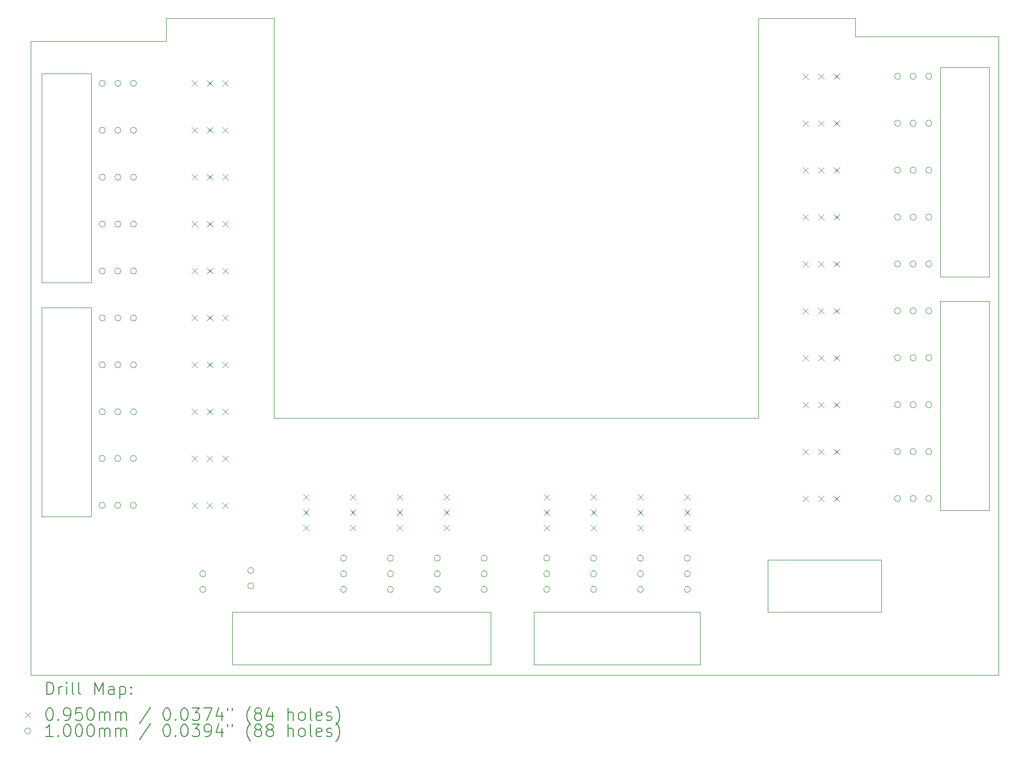
<source format=gbr>
%TF.GenerationSoftware,KiCad,Pcbnew,6.0.11-2627ca5db0~126~ubuntu22.04.1*%
%TF.CreationDate,2023-05-12T19:19:18-07:00*%
%TF.ProjectId,Roborio board,526f626f-7269-46f2-9062-6f6172642e6b,rev?*%
%TF.SameCoordinates,Original*%
%TF.FileFunction,Drillmap*%
%TF.FilePolarity,Positive*%
%FSLAX45Y45*%
G04 Gerber Fmt 4.5, Leading zero omitted, Abs format (unit mm)*
G04 Created by KiCad (PCBNEW 6.0.11-2627ca5db0~126~ubuntu22.04.1) date 2023-05-12 19:19:18*
%MOMM*%
%LPD*%
G01*
G04 APERTURE LIST*
%ADD10C,0.050000*%
%ADD11C,0.200000*%
%ADD12C,0.095000*%
%ADD13C,0.100000*%
G04 APERTURE END LIST*
D10*
X9500000Y-4075000D02*
X9497000Y-10575000D01*
X18950000Y-4075000D02*
X18950000Y-4375000D01*
X5725000Y-8775000D02*
X6525000Y-8775000D01*
X6525000Y-8775000D02*
X6525000Y-12175000D01*
X6525000Y-12175000D02*
X5725000Y-12175000D01*
X5725000Y-12175000D02*
X5725000Y-8775000D01*
X20325000Y-8675000D02*
X21125000Y-8675000D01*
X21125000Y-8675000D02*
X21125000Y-12075000D01*
X21125000Y-12075000D02*
X20325000Y-12075000D01*
X20325000Y-12075000D02*
X20325000Y-8675000D01*
X17525000Y-13725000D02*
X19375000Y-13725000D01*
X19375000Y-13725000D02*
X19375000Y-12875000D01*
X19375000Y-12875000D02*
X17525000Y-12875000D01*
X17525000Y-12875000D02*
X17525000Y-13725000D01*
X17375000Y-10575000D02*
X9497000Y-10575000D01*
X18950000Y-4075000D02*
X17375000Y-4075000D01*
X20325000Y-4875000D02*
X21125000Y-4875000D01*
X21125000Y-4875000D02*
X21125000Y-8275000D01*
X21125000Y-8275000D02*
X20325000Y-8275000D01*
X20325000Y-8275000D02*
X20325000Y-4875000D01*
X9500000Y-4075000D02*
X7750000Y-4075000D01*
X13725000Y-14575000D02*
X16425000Y-14575000D01*
X16425000Y-14575000D02*
X16425000Y-13725000D01*
X16425000Y-13725000D02*
X13725000Y-13725000D01*
X13725000Y-13725000D02*
X13725000Y-14575000D01*
X21275000Y-14750000D02*
X21275000Y-4375000D01*
X21275000Y-4375000D02*
X18950000Y-4375000D01*
X7750000Y-4450000D02*
X5550000Y-4450000D01*
X5550000Y-4450000D02*
X5550000Y-14750000D01*
X5550000Y-14750000D02*
X21275000Y-14750000D01*
X7750000Y-4450000D02*
X7750000Y-4075000D01*
X5725000Y-4975000D02*
X6525000Y-4975000D01*
X6525000Y-4975000D02*
X6525000Y-8375000D01*
X6525000Y-8375000D02*
X5725000Y-8375000D01*
X5725000Y-8375000D02*
X5725000Y-4975000D01*
X17375000Y-10575000D02*
X17375000Y-4075000D01*
X8825000Y-14575000D02*
X13025000Y-14575000D01*
X13025000Y-14575000D02*
X13025000Y-13725000D01*
X13025000Y-13725000D02*
X8825000Y-13725000D01*
X8825000Y-13725000D02*
X8825000Y-14575000D01*
D11*
D12*
X8159310Y-11182440D02*
X8254310Y-11277440D01*
X8254310Y-11182440D02*
X8159310Y-11277440D01*
X8159310Y-11944440D02*
X8254310Y-12039440D01*
X8254310Y-11944440D02*
X8159310Y-12039440D01*
X8160810Y-5088940D02*
X8255810Y-5183940D01*
X8255810Y-5088940D02*
X8160810Y-5183940D01*
X8160810Y-5850940D02*
X8255810Y-5945940D01*
X8255810Y-5850940D02*
X8160810Y-5945940D01*
X8160810Y-6612940D02*
X8255810Y-6707940D01*
X8255810Y-6612940D02*
X8160810Y-6707940D01*
X8160810Y-7374940D02*
X8255810Y-7469940D01*
X8255810Y-7374940D02*
X8160810Y-7469940D01*
X8160810Y-8136940D02*
X8255810Y-8231940D01*
X8255810Y-8136940D02*
X8160810Y-8231940D01*
X8160810Y-8898940D02*
X8255810Y-8993940D01*
X8255810Y-8898940D02*
X8160810Y-8993940D01*
X8160810Y-9660940D02*
X8255810Y-9755940D01*
X8255810Y-9660940D02*
X8160810Y-9755940D01*
X8160810Y-10422940D02*
X8255810Y-10517940D01*
X8255810Y-10422940D02*
X8160810Y-10517940D01*
X8409310Y-11182440D02*
X8504310Y-11277440D01*
X8504310Y-11182440D02*
X8409310Y-11277440D01*
X8409310Y-11944440D02*
X8504310Y-12039440D01*
X8504310Y-11944440D02*
X8409310Y-12039440D01*
X8410810Y-5088940D02*
X8505810Y-5183940D01*
X8505810Y-5088940D02*
X8410810Y-5183940D01*
X8410810Y-5850940D02*
X8505810Y-5945940D01*
X8505810Y-5850940D02*
X8410810Y-5945940D01*
X8410810Y-6612940D02*
X8505810Y-6707940D01*
X8505810Y-6612940D02*
X8410810Y-6707940D01*
X8410810Y-7374940D02*
X8505810Y-7469940D01*
X8505810Y-7374940D02*
X8410810Y-7469940D01*
X8410810Y-8136940D02*
X8505810Y-8231940D01*
X8505810Y-8136940D02*
X8410810Y-8231940D01*
X8410810Y-8898940D02*
X8505810Y-8993940D01*
X8505810Y-8898940D02*
X8410810Y-8993940D01*
X8410810Y-9660940D02*
X8505810Y-9755940D01*
X8505810Y-9660940D02*
X8410810Y-9755940D01*
X8410810Y-10422940D02*
X8505810Y-10517940D01*
X8505810Y-10422940D02*
X8410810Y-10517940D01*
X8659310Y-11182440D02*
X8754310Y-11277440D01*
X8754310Y-11182440D02*
X8659310Y-11277440D01*
X8659310Y-11944440D02*
X8754310Y-12039440D01*
X8754310Y-11944440D02*
X8659310Y-12039440D01*
X8660810Y-5088940D02*
X8755810Y-5183940D01*
X8755810Y-5088940D02*
X8660810Y-5183940D01*
X8660810Y-5850940D02*
X8755810Y-5945940D01*
X8755810Y-5850940D02*
X8660810Y-5945940D01*
X8660810Y-6612940D02*
X8755810Y-6707940D01*
X8755810Y-6612940D02*
X8660810Y-6707940D01*
X8660810Y-7374940D02*
X8755810Y-7469940D01*
X8755810Y-7374940D02*
X8660810Y-7469940D01*
X8660810Y-8136940D02*
X8755810Y-8231940D01*
X8755810Y-8136940D02*
X8660810Y-8231940D01*
X8660810Y-8898940D02*
X8755810Y-8993940D01*
X8755810Y-8898940D02*
X8660810Y-8993940D01*
X8660810Y-9660940D02*
X8755810Y-9755940D01*
X8755810Y-9660940D02*
X8660810Y-9755940D01*
X8660810Y-10422940D02*
X8755810Y-10517940D01*
X8755810Y-10422940D02*
X8660810Y-10517940D01*
X9975000Y-11808420D02*
X10070000Y-11903420D01*
X10070000Y-11808420D02*
X9975000Y-11903420D01*
X9975000Y-12058420D02*
X10070000Y-12153420D01*
X10070000Y-12058420D02*
X9975000Y-12153420D01*
X9975000Y-12308420D02*
X10070000Y-12403420D01*
X10070000Y-12308420D02*
X9975000Y-12403420D01*
X10737000Y-11808420D02*
X10832000Y-11903420D01*
X10832000Y-11808420D02*
X10737000Y-11903420D01*
X10737000Y-12058420D02*
X10832000Y-12153420D01*
X10832000Y-12058420D02*
X10737000Y-12153420D01*
X10737000Y-12308420D02*
X10832000Y-12403420D01*
X10832000Y-12308420D02*
X10737000Y-12403420D01*
X11499000Y-11808420D02*
X11594000Y-11903420D01*
X11594000Y-11808420D02*
X11499000Y-11903420D01*
X11499000Y-12058420D02*
X11594000Y-12153420D01*
X11594000Y-12058420D02*
X11499000Y-12153420D01*
X11499000Y-12308420D02*
X11594000Y-12403420D01*
X11594000Y-12308420D02*
X11499000Y-12403420D01*
X12261000Y-11808420D02*
X12356000Y-11903420D01*
X12356000Y-11808420D02*
X12261000Y-11903420D01*
X12261000Y-12058420D02*
X12356000Y-12153420D01*
X12356000Y-12058420D02*
X12261000Y-12153420D01*
X12261000Y-12308420D02*
X12356000Y-12403420D01*
X12356000Y-12308420D02*
X12261000Y-12403420D01*
X13885610Y-11808420D02*
X13980610Y-11903420D01*
X13980610Y-11808420D02*
X13885610Y-11903420D01*
X13885610Y-12058420D02*
X13980610Y-12153420D01*
X13980610Y-12058420D02*
X13885610Y-12153420D01*
X13885610Y-12308420D02*
X13980610Y-12403420D01*
X13980610Y-12308420D02*
X13885610Y-12403420D01*
X14647610Y-11808420D02*
X14742610Y-11903420D01*
X14742610Y-11808420D02*
X14647610Y-11903420D01*
X14647610Y-12058420D02*
X14742610Y-12153420D01*
X14742610Y-12058420D02*
X14647610Y-12153420D01*
X14647610Y-12308420D02*
X14742610Y-12403420D01*
X14742610Y-12308420D02*
X14647610Y-12403420D01*
X15409610Y-11808420D02*
X15504610Y-11903420D01*
X15504610Y-11808420D02*
X15409610Y-11903420D01*
X15409610Y-12058420D02*
X15504610Y-12153420D01*
X15504610Y-12058420D02*
X15409610Y-12153420D01*
X15409610Y-12308420D02*
X15504610Y-12403420D01*
X15504610Y-12308420D02*
X15409610Y-12403420D01*
X16171610Y-11808420D02*
X16266610Y-11903420D01*
X16266610Y-11808420D02*
X16171610Y-11903420D01*
X16171610Y-12058420D02*
X16266610Y-12153420D01*
X16266610Y-12058420D02*
X16171610Y-12153420D01*
X16171610Y-12308420D02*
X16266610Y-12403420D01*
X16266610Y-12308420D02*
X16171610Y-12403420D01*
X18095910Y-4974680D02*
X18190910Y-5069680D01*
X18190910Y-4974680D02*
X18095910Y-5069680D01*
X18095910Y-5736680D02*
X18190910Y-5831680D01*
X18190910Y-5736680D02*
X18095910Y-5831680D01*
X18095910Y-6498680D02*
X18190910Y-6593680D01*
X18190910Y-6498680D02*
X18095910Y-6593680D01*
X18095910Y-7260680D02*
X18190910Y-7355680D01*
X18190910Y-7260680D02*
X18095910Y-7355680D01*
X18095910Y-8022680D02*
X18190910Y-8117680D01*
X18190910Y-8022680D02*
X18095910Y-8117680D01*
X18095910Y-8784680D02*
X18190910Y-8879680D01*
X18190910Y-8784680D02*
X18095910Y-8879680D01*
X18095910Y-9546680D02*
X18190910Y-9641680D01*
X18190910Y-9546680D02*
X18095910Y-9641680D01*
X18095910Y-10308680D02*
X18190910Y-10403680D01*
X18190910Y-10308680D02*
X18095910Y-10403680D01*
X18095910Y-11070680D02*
X18190910Y-11165680D01*
X18190910Y-11070680D02*
X18095910Y-11165680D01*
X18095910Y-11832680D02*
X18190910Y-11927680D01*
X18190910Y-11832680D02*
X18095910Y-11927680D01*
X18345910Y-4974680D02*
X18440910Y-5069680D01*
X18440910Y-4974680D02*
X18345910Y-5069680D01*
X18345910Y-5736680D02*
X18440910Y-5831680D01*
X18440910Y-5736680D02*
X18345910Y-5831680D01*
X18345910Y-6498680D02*
X18440910Y-6593680D01*
X18440910Y-6498680D02*
X18345910Y-6593680D01*
X18345910Y-7260680D02*
X18440910Y-7355680D01*
X18440910Y-7260680D02*
X18345910Y-7355680D01*
X18345910Y-8022680D02*
X18440910Y-8117680D01*
X18440910Y-8022680D02*
X18345910Y-8117680D01*
X18345910Y-8784680D02*
X18440910Y-8879680D01*
X18440910Y-8784680D02*
X18345910Y-8879680D01*
X18345910Y-9546680D02*
X18440910Y-9641680D01*
X18440910Y-9546680D02*
X18345910Y-9641680D01*
X18345910Y-10308680D02*
X18440910Y-10403680D01*
X18440910Y-10308680D02*
X18345910Y-10403680D01*
X18345910Y-11070680D02*
X18440910Y-11165680D01*
X18440910Y-11070680D02*
X18345910Y-11165680D01*
X18345910Y-11832680D02*
X18440910Y-11927680D01*
X18440910Y-11832680D02*
X18345910Y-11927680D01*
X18595910Y-4974680D02*
X18690910Y-5069680D01*
X18690910Y-4974680D02*
X18595910Y-5069680D01*
X18595910Y-5736680D02*
X18690910Y-5831680D01*
X18690910Y-5736680D02*
X18595910Y-5831680D01*
X18595910Y-6498680D02*
X18690910Y-6593680D01*
X18690910Y-6498680D02*
X18595910Y-6593680D01*
X18595910Y-7260680D02*
X18690910Y-7355680D01*
X18690910Y-7260680D02*
X18595910Y-7355680D01*
X18595910Y-8022680D02*
X18690910Y-8117680D01*
X18690910Y-8022680D02*
X18595910Y-8117680D01*
X18595910Y-8784680D02*
X18690910Y-8879680D01*
X18690910Y-8784680D02*
X18595910Y-8879680D01*
X18595910Y-9546680D02*
X18690910Y-9641680D01*
X18690910Y-9546680D02*
X18595910Y-9641680D01*
X18595910Y-10308680D02*
X18690910Y-10403680D01*
X18690910Y-10308680D02*
X18595910Y-10403680D01*
X18595910Y-11070680D02*
X18690910Y-11165680D01*
X18690910Y-11070680D02*
X18595910Y-11165680D01*
X18595910Y-11832680D02*
X18690910Y-11927680D01*
X18690910Y-11832680D02*
X18595910Y-11927680D01*
D13*
X6756810Y-11229940D02*
G75*
G03*
X6756810Y-11229940I-50000J0D01*
G01*
X6756810Y-11991940D02*
G75*
G03*
X6756810Y-11991940I-50000J0D01*
G01*
X6758310Y-5136440D02*
G75*
G03*
X6758310Y-5136440I-50000J0D01*
G01*
X6758310Y-5898440D02*
G75*
G03*
X6758310Y-5898440I-50000J0D01*
G01*
X6758310Y-6660440D02*
G75*
G03*
X6758310Y-6660440I-50000J0D01*
G01*
X6758310Y-7422440D02*
G75*
G03*
X6758310Y-7422440I-50000J0D01*
G01*
X6758310Y-8184440D02*
G75*
G03*
X6758310Y-8184440I-50000J0D01*
G01*
X6758310Y-8946440D02*
G75*
G03*
X6758310Y-8946440I-50000J0D01*
G01*
X6758310Y-9708440D02*
G75*
G03*
X6758310Y-9708440I-50000J0D01*
G01*
X6758310Y-10470440D02*
G75*
G03*
X6758310Y-10470440I-50000J0D01*
G01*
X7010810Y-11229940D02*
G75*
G03*
X7010810Y-11229940I-50000J0D01*
G01*
X7010810Y-11991940D02*
G75*
G03*
X7010810Y-11991940I-50000J0D01*
G01*
X7012310Y-5136440D02*
G75*
G03*
X7012310Y-5136440I-50000J0D01*
G01*
X7012310Y-5898440D02*
G75*
G03*
X7012310Y-5898440I-50000J0D01*
G01*
X7012310Y-6660440D02*
G75*
G03*
X7012310Y-6660440I-50000J0D01*
G01*
X7012310Y-7422440D02*
G75*
G03*
X7012310Y-7422440I-50000J0D01*
G01*
X7012310Y-8184440D02*
G75*
G03*
X7012310Y-8184440I-50000J0D01*
G01*
X7012310Y-8946440D02*
G75*
G03*
X7012310Y-8946440I-50000J0D01*
G01*
X7012310Y-9708440D02*
G75*
G03*
X7012310Y-9708440I-50000J0D01*
G01*
X7012310Y-10470440D02*
G75*
G03*
X7012310Y-10470440I-50000J0D01*
G01*
X7264810Y-11229940D02*
G75*
G03*
X7264810Y-11229940I-50000J0D01*
G01*
X7264810Y-11991940D02*
G75*
G03*
X7264810Y-11991940I-50000J0D01*
G01*
X7266310Y-5136440D02*
G75*
G03*
X7266310Y-5136440I-50000J0D01*
G01*
X7266310Y-5898440D02*
G75*
G03*
X7266310Y-5898440I-50000J0D01*
G01*
X7266310Y-6660440D02*
G75*
G03*
X7266310Y-6660440I-50000J0D01*
G01*
X7266310Y-7422440D02*
G75*
G03*
X7266310Y-7422440I-50000J0D01*
G01*
X7266310Y-8184440D02*
G75*
G03*
X7266310Y-8184440I-50000J0D01*
G01*
X7266310Y-8946440D02*
G75*
G03*
X7266310Y-8946440I-50000J0D01*
G01*
X7266310Y-9708440D02*
G75*
G03*
X7266310Y-9708440I-50000J0D01*
G01*
X7266310Y-10470440D02*
G75*
G03*
X7266310Y-10470440I-50000J0D01*
G01*
X8392570Y-13101920D02*
G75*
G03*
X8392570Y-13101920I-50000J0D01*
G01*
X8392570Y-13355920D02*
G75*
G03*
X8392570Y-13355920I-50000J0D01*
G01*
X9172500Y-13050000D02*
G75*
G03*
X9172500Y-13050000I-50000J0D01*
G01*
X9172500Y-13300000D02*
G75*
G03*
X9172500Y-13300000I-50000J0D01*
G01*
X10681110Y-12847920D02*
G75*
G03*
X10681110Y-12847920I-50000J0D01*
G01*
X10681110Y-13101920D02*
G75*
G03*
X10681110Y-13101920I-50000J0D01*
G01*
X10681110Y-13355920D02*
G75*
G03*
X10681110Y-13355920I-50000J0D01*
G01*
X11443110Y-12847920D02*
G75*
G03*
X11443110Y-12847920I-50000J0D01*
G01*
X11443110Y-13101920D02*
G75*
G03*
X11443110Y-13101920I-50000J0D01*
G01*
X11443110Y-13355920D02*
G75*
G03*
X11443110Y-13355920I-50000J0D01*
G01*
X12205110Y-12847920D02*
G75*
G03*
X12205110Y-12847920I-50000J0D01*
G01*
X12205110Y-13101920D02*
G75*
G03*
X12205110Y-13101920I-50000J0D01*
G01*
X12205110Y-13355920D02*
G75*
G03*
X12205110Y-13355920I-50000J0D01*
G01*
X12967110Y-12847920D02*
G75*
G03*
X12967110Y-12847920I-50000J0D01*
G01*
X12967110Y-13101920D02*
G75*
G03*
X12967110Y-13101920I-50000J0D01*
G01*
X12967110Y-13355920D02*
G75*
G03*
X12967110Y-13355920I-50000J0D01*
G01*
X13983110Y-12847920D02*
G75*
G03*
X13983110Y-12847920I-50000J0D01*
G01*
X13983110Y-13101920D02*
G75*
G03*
X13983110Y-13101920I-50000J0D01*
G01*
X13983110Y-13355920D02*
G75*
G03*
X13983110Y-13355920I-50000J0D01*
G01*
X14745110Y-12847920D02*
G75*
G03*
X14745110Y-12847920I-50000J0D01*
G01*
X14745110Y-13101920D02*
G75*
G03*
X14745110Y-13101920I-50000J0D01*
G01*
X14745110Y-13355920D02*
G75*
G03*
X14745110Y-13355920I-50000J0D01*
G01*
X15507110Y-12847920D02*
G75*
G03*
X15507110Y-12847920I-50000J0D01*
G01*
X15507110Y-13101920D02*
G75*
G03*
X15507110Y-13101920I-50000J0D01*
G01*
X15507110Y-13355920D02*
G75*
G03*
X15507110Y-13355920I-50000J0D01*
G01*
X16269110Y-12847920D02*
G75*
G03*
X16269110Y-12847920I-50000J0D01*
G01*
X16269110Y-13101920D02*
G75*
G03*
X16269110Y-13101920I-50000J0D01*
G01*
X16269110Y-13355920D02*
G75*
G03*
X16269110Y-13355920I-50000J0D01*
G01*
X19685410Y-5022180D02*
G75*
G03*
X19685410Y-5022180I-50000J0D01*
G01*
X19685410Y-5784180D02*
G75*
G03*
X19685410Y-5784180I-50000J0D01*
G01*
X19685410Y-6546180D02*
G75*
G03*
X19685410Y-6546180I-50000J0D01*
G01*
X19685410Y-7308180D02*
G75*
G03*
X19685410Y-7308180I-50000J0D01*
G01*
X19685410Y-8070180D02*
G75*
G03*
X19685410Y-8070180I-50000J0D01*
G01*
X19685410Y-8832180D02*
G75*
G03*
X19685410Y-8832180I-50000J0D01*
G01*
X19685410Y-9594180D02*
G75*
G03*
X19685410Y-9594180I-50000J0D01*
G01*
X19685410Y-10356180D02*
G75*
G03*
X19685410Y-10356180I-50000J0D01*
G01*
X19685410Y-11118180D02*
G75*
G03*
X19685410Y-11118180I-50000J0D01*
G01*
X19685410Y-11880180D02*
G75*
G03*
X19685410Y-11880180I-50000J0D01*
G01*
X19939410Y-5022180D02*
G75*
G03*
X19939410Y-5022180I-50000J0D01*
G01*
X19939410Y-5784180D02*
G75*
G03*
X19939410Y-5784180I-50000J0D01*
G01*
X19939410Y-6546180D02*
G75*
G03*
X19939410Y-6546180I-50000J0D01*
G01*
X19939410Y-7308180D02*
G75*
G03*
X19939410Y-7308180I-50000J0D01*
G01*
X19939410Y-8070180D02*
G75*
G03*
X19939410Y-8070180I-50000J0D01*
G01*
X19939410Y-8832180D02*
G75*
G03*
X19939410Y-8832180I-50000J0D01*
G01*
X19939410Y-9594180D02*
G75*
G03*
X19939410Y-9594180I-50000J0D01*
G01*
X19939410Y-10356180D02*
G75*
G03*
X19939410Y-10356180I-50000J0D01*
G01*
X19939410Y-11118180D02*
G75*
G03*
X19939410Y-11118180I-50000J0D01*
G01*
X19939410Y-11880180D02*
G75*
G03*
X19939410Y-11880180I-50000J0D01*
G01*
X20193410Y-5022180D02*
G75*
G03*
X20193410Y-5022180I-50000J0D01*
G01*
X20193410Y-5784180D02*
G75*
G03*
X20193410Y-5784180I-50000J0D01*
G01*
X20193410Y-6546180D02*
G75*
G03*
X20193410Y-6546180I-50000J0D01*
G01*
X20193410Y-7308180D02*
G75*
G03*
X20193410Y-7308180I-50000J0D01*
G01*
X20193410Y-8070180D02*
G75*
G03*
X20193410Y-8070180I-50000J0D01*
G01*
X20193410Y-8832180D02*
G75*
G03*
X20193410Y-8832180I-50000J0D01*
G01*
X20193410Y-9594180D02*
G75*
G03*
X20193410Y-9594180I-50000J0D01*
G01*
X20193410Y-10356180D02*
G75*
G03*
X20193410Y-10356180I-50000J0D01*
G01*
X20193410Y-11118180D02*
G75*
G03*
X20193410Y-11118180I-50000J0D01*
G01*
X20193410Y-11880180D02*
G75*
G03*
X20193410Y-11880180I-50000J0D01*
G01*
D11*
X5805119Y-15062976D02*
X5805119Y-14862976D01*
X5852738Y-14862976D01*
X5881309Y-14872500D01*
X5900357Y-14891548D01*
X5909881Y-14910595D01*
X5919405Y-14948690D01*
X5919405Y-14977262D01*
X5909881Y-15015357D01*
X5900357Y-15034405D01*
X5881309Y-15053452D01*
X5852738Y-15062976D01*
X5805119Y-15062976D01*
X6005119Y-15062976D02*
X6005119Y-14929643D01*
X6005119Y-14967738D02*
X6014643Y-14948690D01*
X6024167Y-14939167D01*
X6043214Y-14929643D01*
X6062262Y-14929643D01*
X6128928Y-15062976D02*
X6128928Y-14929643D01*
X6128928Y-14862976D02*
X6119405Y-14872500D01*
X6128928Y-14882024D01*
X6138452Y-14872500D01*
X6128928Y-14862976D01*
X6128928Y-14882024D01*
X6252738Y-15062976D02*
X6233690Y-15053452D01*
X6224167Y-15034405D01*
X6224167Y-14862976D01*
X6357500Y-15062976D02*
X6338452Y-15053452D01*
X6328928Y-15034405D01*
X6328928Y-14862976D01*
X6586071Y-15062976D02*
X6586071Y-14862976D01*
X6652738Y-15005833D01*
X6719405Y-14862976D01*
X6719405Y-15062976D01*
X6900357Y-15062976D02*
X6900357Y-14958214D01*
X6890833Y-14939167D01*
X6871786Y-14929643D01*
X6833690Y-14929643D01*
X6814643Y-14939167D01*
X6900357Y-15053452D02*
X6881309Y-15062976D01*
X6833690Y-15062976D01*
X6814643Y-15053452D01*
X6805119Y-15034405D01*
X6805119Y-15015357D01*
X6814643Y-14996309D01*
X6833690Y-14986786D01*
X6881309Y-14986786D01*
X6900357Y-14977262D01*
X6995595Y-14929643D02*
X6995595Y-15129643D01*
X6995595Y-14939167D02*
X7014643Y-14929643D01*
X7052738Y-14929643D01*
X7071786Y-14939167D01*
X7081309Y-14948690D01*
X7090833Y-14967738D01*
X7090833Y-15024881D01*
X7081309Y-15043928D01*
X7071786Y-15053452D01*
X7052738Y-15062976D01*
X7014643Y-15062976D01*
X6995595Y-15053452D01*
X7176548Y-15043928D02*
X7186071Y-15053452D01*
X7176548Y-15062976D01*
X7167024Y-15053452D01*
X7176548Y-15043928D01*
X7176548Y-15062976D01*
X7176548Y-14939167D02*
X7186071Y-14948690D01*
X7176548Y-14958214D01*
X7167024Y-14948690D01*
X7176548Y-14939167D01*
X7176548Y-14958214D01*
D12*
X5452500Y-15345000D02*
X5547500Y-15440000D01*
X5547500Y-15345000D02*
X5452500Y-15440000D01*
D11*
X5843214Y-15282976D02*
X5862262Y-15282976D01*
X5881309Y-15292500D01*
X5890833Y-15302024D01*
X5900357Y-15321071D01*
X5909881Y-15359167D01*
X5909881Y-15406786D01*
X5900357Y-15444881D01*
X5890833Y-15463928D01*
X5881309Y-15473452D01*
X5862262Y-15482976D01*
X5843214Y-15482976D01*
X5824167Y-15473452D01*
X5814643Y-15463928D01*
X5805119Y-15444881D01*
X5795595Y-15406786D01*
X5795595Y-15359167D01*
X5805119Y-15321071D01*
X5814643Y-15302024D01*
X5824167Y-15292500D01*
X5843214Y-15282976D01*
X5995595Y-15463928D02*
X6005119Y-15473452D01*
X5995595Y-15482976D01*
X5986071Y-15473452D01*
X5995595Y-15463928D01*
X5995595Y-15482976D01*
X6100357Y-15482976D02*
X6138452Y-15482976D01*
X6157500Y-15473452D01*
X6167024Y-15463928D01*
X6186071Y-15435357D01*
X6195595Y-15397262D01*
X6195595Y-15321071D01*
X6186071Y-15302024D01*
X6176548Y-15292500D01*
X6157500Y-15282976D01*
X6119405Y-15282976D01*
X6100357Y-15292500D01*
X6090833Y-15302024D01*
X6081309Y-15321071D01*
X6081309Y-15368690D01*
X6090833Y-15387738D01*
X6100357Y-15397262D01*
X6119405Y-15406786D01*
X6157500Y-15406786D01*
X6176548Y-15397262D01*
X6186071Y-15387738D01*
X6195595Y-15368690D01*
X6376548Y-15282976D02*
X6281309Y-15282976D01*
X6271786Y-15378214D01*
X6281309Y-15368690D01*
X6300357Y-15359167D01*
X6347976Y-15359167D01*
X6367024Y-15368690D01*
X6376548Y-15378214D01*
X6386071Y-15397262D01*
X6386071Y-15444881D01*
X6376548Y-15463928D01*
X6367024Y-15473452D01*
X6347976Y-15482976D01*
X6300357Y-15482976D01*
X6281309Y-15473452D01*
X6271786Y-15463928D01*
X6509881Y-15282976D02*
X6528928Y-15282976D01*
X6547976Y-15292500D01*
X6557500Y-15302024D01*
X6567024Y-15321071D01*
X6576548Y-15359167D01*
X6576548Y-15406786D01*
X6567024Y-15444881D01*
X6557500Y-15463928D01*
X6547976Y-15473452D01*
X6528928Y-15482976D01*
X6509881Y-15482976D01*
X6490833Y-15473452D01*
X6481309Y-15463928D01*
X6471786Y-15444881D01*
X6462262Y-15406786D01*
X6462262Y-15359167D01*
X6471786Y-15321071D01*
X6481309Y-15302024D01*
X6490833Y-15292500D01*
X6509881Y-15282976D01*
X6662262Y-15482976D02*
X6662262Y-15349643D01*
X6662262Y-15368690D02*
X6671786Y-15359167D01*
X6690833Y-15349643D01*
X6719405Y-15349643D01*
X6738452Y-15359167D01*
X6747976Y-15378214D01*
X6747976Y-15482976D01*
X6747976Y-15378214D02*
X6757500Y-15359167D01*
X6776548Y-15349643D01*
X6805119Y-15349643D01*
X6824167Y-15359167D01*
X6833690Y-15378214D01*
X6833690Y-15482976D01*
X6928928Y-15482976D02*
X6928928Y-15349643D01*
X6928928Y-15368690D02*
X6938452Y-15359167D01*
X6957500Y-15349643D01*
X6986071Y-15349643D01*
X7005119Y-15359167D01*
X7014643Y-15378214D01*
X7014643Y-15482976D01*
X7014643Y-15378214D02*
X7024167Y-15359167D01*
X7043214Y-15349643D01*
X7071786Y-15349643D01*
X7090833Y-15359167D01*
X7100357Y-15378214D01*
X7100357Y-15482976D01*
X7490833Y-15273452D02*
X7319405Y-15530595D01*
X7747976Y-15282976D02*
X7767024Y-15282976D01*
X7786071Y-15292500D01*
X7795595Y-15302024D01*
X7805119Y-15321071D01*
X7814643Y-15359167D01*
X7814643Y-15406786D01*
X7805119Y-15444881D01*
X7795595Y-15463928D01*
X7786071Y-15473452D01*
X7767024Y-15482976D01*
X7747976Y-15482976D01*
X7728928Y-15473452D01*
X7719405Y-15463928D01*
X7709881Y-15444881D01*
X7700357Y-15406786D01*
X7700357Y-15359167D01*
X7709881Y-15321071D01*
X7719405Y-15302024D01*
X7728928Y-15292500D01*
X7747976Y-15282976D01*
X7900357Y-15463928D02*
X7909881Y-15473452D01*
X7900357Y-15482976D01*
X7890833Y-15473452D01*
X7900357Y-15463928D01*
X7900357Y-15482976D01*
X8033690Y-15282976D02*
X8052738Y-15282976D01*
X8071786Y-15292500D01*
X8081309Y-15302024D01*
X8090833Y-15321071D01*
X8100357Y-15359167D01*
X8100357Y-15406786D01*
X8090833Y-15444881D01*
X8081309Y-15463928D01*
X8071786Y-15473452D01*
X8052738Y-15482976D01*
X8033690Y-15482976D01*
X8014643Y-15473452D01*
X8005119Y-15463928D01*
X7995595Y-15444881D01*
X7986071Y-15406786D01*
X7986071Y-15359167D01*
X7995595Y-15321071D01*
X8005119Y-15302024D01*
X8014643Y-15292500D01*
X8033690Y-15282976D01*
X8167024Y-15282976D02*
X8290833Y-15282976D01*
X8224167Y-15359167D01*
X8252738Y-15359167D01*
X8271786Y-15368690D01*
X8281309Y-15378214D01*
X8290833Y-15397262D01*
X8290833Y-15444881D01*
X8281309Y-15463928D01*
X8271786Y-15473452D01*
X8252738Y-15482976D01*
X8195595Y-15482976D01*
X8176548Y-15473452D01*
X8167024Y-15463928D01*
X8357500Y-15282976D02*
X8490833Y-15282976D01*
X8405119Y-15482976D01*
X8652738Y-15349643D02*
X8652738Y-15482976D01*
X8605119Y-15273452D02*
X8557500Y-15416309D01*
X8681310Y-15416309D01*
X8747976Y-15282976D02*
X8747976Y-15321071D01*
X8824167Y-15282976D02*
X8824167Y-15321071D01*
X9119405Y-15559167D02*
X9109881Y-15549643D01*
X9090833Y-15521071D01*
X9081310Y-15502024D01*
X9071786Y-15473452D01*
X9062262Y-15425833D01*
X9062262Y-15387738D01*
X9071786Y-15340119D01*
X9081310Y-15311548D01*
X9090833Y-15292500D01*
X9109881Y-15263928D01*
X9119405Y-15254405D01*
X9224167Y-15368690D02*
X9205119Y-15359167D01*
X9195595Y-15349643D01*
X9186071Y-15330595D01*
X9186071Y-15321071D01*
X9195595Y-15302024D01*
X9205119Y-15292500D01*
X9224167Y-15282976D01*
X9262262Y-15282976D01*
X9281310Y-15292500D01*
X9290833Y-15302024D01*
X9300357Y-15321071D01*
X9300357Y-15330595D01*
X9290833Y-15349643D01*
X9281310Y-15359167D01*
X9262262Y-15368690D01*
X9224167Y-15368690D01*
X9205119Y-15378214D01*
X9195595Y-15387738D01*
X9186071Y-15406786D01*
X9186071Y-15444881D01*
X9195595Y-15463928D01*
X9205119Y-15473452D01*
X9224167Y-15482976D01*
X9262262Y-15482976D01*
X9281310Y-15473452D01*
X9290833Y-15463928D01*
X9300357Y-15444881D01*
X9300357Y-15406786D01*
X9290833Y-15387738D01*
X9281310Y-15378214D01*
X9262262Y-15368690D01*
X9471786Y-15349643D02*
X9471786Y-15482976D01*
X9424167Y-15273452D02*
X9376548Y-15416309D01*
X9500357Y-15416309D01*
X9728929Y-15482976D02*
X9728929Y-15282976D01*
X9814643Y-15482976D02*
X9814643Y-15378214D01*
X9805119Y-15359167D01*
X9786071Y-15349643D01*
X9757500Y-15349643D01*
X9738452Y-15359167D01*
X9728929Y-15368690D01*
X9938452Y-15482976D02*
X9919405Y-15473452D01*
X9909881Y-15463928D01*
X9900357Y-15444881D01*
X9900357Y-15387738D01*
X9909881Y-15368690D01*
X9919405Y-15359167D01*
X9938452Y-15349643D01*
X9967024Y-15349643D01*
X9986071Y-15359167D01*
X9995595Y-15368690D01*
X10005119Y-15387738D01*
X10005119Y-15444881D01*
X9995595Y-15463928D01*
X9986071Y-15473452D01*
X9967024Y-15482976D01*
X9938452Y-15482976D01*
X10119405Y-15482976D02*
X10100357Y-15473452D01*
X10090833Y-15454405D01*
X10090833Y-15282976D01*
X10271786Y-15473452D02*
X10252738Y-15482976D01*
X10214643Y-15482976D01*
X10195595Y-15473452D01*
X10186071Y-15454405D01*
X10186071Y-15378214D01*
X10195595Y-15359167D01*
X10214643Y-15349643D01*
X10252738Y-15349643D01*
X10271786Y-15359167D01*
X10281310Y-15378214D01*
X10281310Y-15397262D01*
X10186071Y-15416309D01*
X10357500Y-15473452D02*
X10376548Y-15482976D01*
X10414643Y-15482976D01*
X10433690Y-15473452D01*
X10443214Y-15454405D01*
X10443214Y-15444881D01*
X10433690Y-15425833D01*
X10414643Y-15416309D01*
X10386071Y-15416309D01*
X10367024Y-15406786D01*
X10357500Y-15387738D01*
X10357500Y-15378214D01*
X10367024Y-15359167D01*
X10386071Y-15349643D01*
X10414643Y-15349643D01*
X10433690Y-15359167D01*
X10509881Y-15559167D02*
X10519405Y-15549643D01*
X10538452Y-15521071D01*
X10547976Y-15502024D01*
X10557500Y-15473452D01*
X10567024Y-15425833D01*
X10567024Y-15387738D01*
X10557500Y-15340119D01*
X10547976Y-15311548D01*
X10538452Y-15292500D01*
X10519405Y-15263928D01*
X10509881Y-15254405D01*
D13*
X5547500Y-15656500D02*
G75*
G03*
X5547500Y-15656500I-50000J0D01*
G01*
D11*
X5909881Y-15746976D02*
X5795595Y-15746976D01*
X5852738Y-15746976D02*
X5852738Y-15546976D01*
X5833690Y-15575548D01*
X5814643Y-15594595D01*
X5795595Y-15604119D01*
X5995595Y-15727928D02*
X6005119Y-15737452D01*
X5995595Y-15746976D01*
X5986071Y-15737452D01*
X5995595Y-15727928D01*
X5995595Y-15746976D01*
X6128928Y-15546976D02*
X6147976Y-15546976D01*
X6167024Y-15556500D01*
X6176548Y-15566024D01*
X6186071Y-15585071D01*
X6195595Y-15623167D01*
X6195595Y-15670786D01*
X6186071Y-15708881D01*
X6176548Y-15727928D01*
X6167024Y-15737452D01*
X6147976Y-15746976D01*
X6128928Y-15746976D01*
X6109881Y-15737452D01*
X6100357Y-15727928D01*
X6090833Y-15708881D01*
X6081309Y-15670786D01*
X6081309Y-15623167D01*
X6090833Y-15585071D01*
X6100357Y-15566024D01*
X6109881Y-15556500D01*
X6128928Y-15546976D01*
X6319405Y-15546976D02*
X6338452Y-15546976D01*
X6357500Y-15556500D01*
X6367024Y-15566024D01*
X6376548Y-15585071D01*
X6386071Y-15623167D01*
X6386071Y-15670786D01*
X6376548Y-15708881D01*
X6367024Y-15727928D01*
X6357500Y-15737452D01*
X6338452Y-15746976D01*
X6319405Y-15746976D01*
X6300357Y-15737452D01*
X6290833Y-15727928D01*
X6281309Y-15708881D01*
X6271786Y-15670786D01*
X6271786Y-15623167D01*
X6281309Y-15585071D01*
X6290833Y-15566024D01*
X6300357Y-15556500D01*
X6319405Y-15546976D01*
X6509881Y-15546976D02*
X6528928Y-15546976D01*
X6547976Y-15556500D01*
X6557500Y-15566024D01*
X6567024Y-15585071D01*
X6576548Y-15623167D01*
X6576548Y-15670786D01*
X6567024Y-15708881D01*
X6557500Y-15727928D01*
X6547976Y-15737452D01*
X6528928Y-15746976D01*
X6509881Y-15746976D01*
X6490833Y-15737452D01*
X6481309Y-15727928D01*
X6471786Y-15708881D01*
X6462262Y-15670786D01*
X6462262Y-15623167D01*
X6471786Y-15585071D01*
X6481309Y-15566024D01*
X6490833Y-15556500D01*
X6509881Y-15546976D01*
X6662262Y-15746976D02*
X6662262Y-15613643D01*
X6662262Y-15632690D02*
X6671786Y-15623167D01*
X6690833Y-15613643D01*
X6719405Y-15613643D01*
X6738452Y-15623167D01*
X6747976Y-15642214D01*
X6747976Y-15746976D01*
X6747976Y-15642214D02*
X6757500Y-15623167D01*
X6776548Y-15613643D01*
X6805119Y-15613643D01*
X6824167Y-15623167D01*
X6833690Y-15642214D01*
X6833690Y-15746976D01*
X6928928Y-15746976D02*
X6928928Y-15613643D01*
X6928928Y-15632690D02*
X6938452Y-15623167D01*
X6957500Y-15613643D01*
X6986071Y-15613643D01*
X7005119Y-15623167D01*
X7014643Y-15642214D01*
X7014643Y-15746976D01*
X7014643Y-15642214D02*
X7024167Y-15623167D01*
X7043214Y-15613643D01*
X7071786Y-15613643D01*
X7090833Y-15623167D01*
X7100357Y-15642214D01*
X7100357Y-15746976D01*
X7490833Y-15537452D02*
X7319405Y-15794595D01*
X7747976Y-15546976D02*
X7767024Y-15546976D01*
X7786071Y-15556500D01*
X7795595Y-15566024D01*
X7805119Y-15585071D01*
X7814643Y-15623167D01*
X7814643Y-15670786D01*
X7805119Y-15708881D01*
X7795595Y-15727928D01*
X7786071Y-15737452D01*
X7767024Y-15746976D01*
X7747976Y-15746976D01*
X7728928Y-15737452D01*
X7719405Y-15727928D01*
X7709881Y-15708881D01*
X7700357Y-15670786D01*
X7700357Y-15623167D01*
X7709881Y-15585071D01*
X7719405Y-15566024D01*
X7728928Y-15556500D01*
X7747976Y-15546976D01*
X7900357Y-15727928D02*
X7909881Y-15737452D01*
X7900357Y-15746976D01*
X7890833Y-15737452D01*
X7900357Y-15727928D01*
X7900357Y-15746976D01*
X8033690Y-15546976D02*
X8052738Y-15546976D01*
X8071786Y-15556500D01*
X8081309Y-15566024D01*
X8090833Y-15585071D01*
X8100357Y-15623167D01*
X8100357Y-15670786D01*
X8090833Y-15708881D01*
X8081309Y-15727928D01*
X8071786Y-15737452D01*
X8052738Y-15746976D01*
X8033690Y-15746976D01*
X8014643Y-15737452D01*
X8005119Y-15727928D01*
X7995595Y-15708881D01*
X7986071Y-15670786D01*
X7986071Y-15623167D01*
X7995595Y-15585071D01*
X8005119Y-15566024D01*
X8014643Y-15556500D01*
X8033690Y-15546976D01*
X8167024Y-15546976D02*
X8290833Y-15546976D01*
X8224167Y-15623167D01*
X8252738Y-15623167D01*
X8271786Y-15632690D01*
X8281309Y-15642214D01*
X8290833Y-15661262D01*
X8290833Y-15708881D01*
X8281309Y-15727928D01*
X8271786Y-15737452D01*
X8252738Y-15746976D01*
X8195595Y-15746976D01*
X8176548Y-15737452D01*
X8167024Y-15727928D01*
X8386071Y-15746976D02*
X8424167Y-15746976D01*
X8443214Y-15737452D01*
X8452738Y-15727928D01*
X8471786Y-15699357D01*
X8481310Y-15661262D01*
X8481310Y-15585071D01*
X8471786Y-15566024D01*
X8462262Y-15556500D01*
X8443214Y-15546976D01*
X8405119Y-15546976D01*
X8386071Y-15556500D01*
X8376548Y-15566024D01*
X8367024Y-15585071D01*
X8367024Y-15632690D01*
X8376548Y-15651738D01*
X8386071Y-15661262D01*
X8405119Y-15670786D01*
X8443214Y-15670786D01*
X8462262Y-15661262D01*
X8471786Y-15651738D01*
X8481310Y-15632690D01*
X8652738Y-15613643D02*
X8652738Y-15746976D01*
X8605119Y-15537452D02*
X8557500Y-15680309D01*
X8681310Y-15680309D01*
X8747976Y-15546976D02*
X8747976Y-15585071D01*
X8824167Y-15546976D02*
X8824167Y-15585071D01*
X9119405Y-15823167D02*
X9109881Y-15813643D01*
X9090833Y-15785071D01*
X9081310Y-15766024D01*
X9071786Y-15737452D01*
X9062262Y-15689833D01*
X9062262Y-15651738D01*
X9071786Y-15604119D01*
X9081310Y-15575548D01*
X9090833Y-15556500D01*
X9109881Y-15527928D01*
X9119405Y-15518405D01*
X9224167Y-15632690D02*
X9205119Y-15623167D01*
X9195595Y-15613643D01*
X9186071Y-15594595D01*
X9186071Y-15585071D01*
X9195595Y-15566024D01*
X9205119Y-15556500D01*
X9224167Y-15546976D01*
X9262262Y-15546976D01*
X9281310Y-15556500D01*
X9290833Y-15566024D01*
X9300357Y-15585071D01*
X9300357Y-15594595D01*
X9290833Y-15613643D01*
X9281310Y-15623167D01*
X9262262Y-15632690D01*
X9224167Y-15632690D01*
X9205119Y-15642214D01*
X9195595Y-15651738D01*
X9186071Y-15670786D01*
X9186071Y-15708881D01*
X9195595Y-15727928D01*
X9205119Y-15737452D01*
X9224167Y-15746976D01*
X9262262Y-15746976D01*
X9281310Y-15737452D01*
X9290833Y-15727928D01*
X9300357Y-15708881D01*
X9300357Y-15670786D01*
X9290833Y-15651738D01*
X9281310Y-15642214D01*
X9262262Y-15632690D01*
X9414643Y-15632690D02*
X9395595Y-15623167D01*
X9386071Y-15613643D01*
X9376548Y-15594595D01*
X9376548Y-15585071D01*
X9386071Y-15566024D01*
X9395595Y-15556500D01*
X9414643Y-15546976D01*
X9452738Y-15546976D01*
X9471786Y-15556500D01*
X9481310Y-15566024D01*
X9490833Y-15585071D01*
X9490833Y-15594595D01*
X9481310Y-15613643D01*
X9471786Y-15623167D01*
X9452738Y-15632690D01*
X9414643Y-15632690D01*
X9395595Y-15642214D01*
X9386071Y-15651738D01*
X9376548Y-15670786D01*
X9376548Y-15708881D01*
X9386071Y-15727928D01*
X9395595Y-15737452D01*
X9414643Y-15746976D01*
X9452738Y-15746976D01*
X9471786Y-15737452D01*
X9481310Y-15727928D01*
X9490833Y-15708881D01*
X9490833Y-15670786D01*
X9481310Y-15651738D01*
X9471786Y-15642214D01*
X9452738Y-15632690D01*
X9728929Y-15746976D02*
X9728929Y-15546976D01*
X9814643Y-15746976D02*
X9814643Y-15642214D01*
X9805119Y-15623167D01*
X9786071Y-15613643D01*
X9757500Y-15613643D01*
X9738452Y-15623167D01*
X9728929Y-15632690D01*
X9938452Y-15746976D02*
X9919405Y-15737452D01*
X9909881Y-15727928D01*
X9900357Y-15708881D01*
X9900357Y-15651738D01*
X9909881Y-15632690D01*
X9919405Y-15623167D01*
X9938452Y-15613643D01*
X9967024Y-15613643D01*
X9986071Y-15623167D01*
X9995595Y-15632690D01*
X10005119Y-15651738D01*
X10005119Y-15708881D01*
X9995595Y-15727928D01*
X9986071Y-15737452D01*
X9967024Y-15746976D01*
X9938452Y-15746976D01*
X10119405Y-15746976D02*
X10100357Y-15737452D01*
X10090833Y-15718405D01*
X10090833Y-15546976D01*
X10271786Y-15737452D02*
X10252738Y-15746976D01*
X10214643Y-15746976D01*
X10195595Y-15737452D01*
X10186071Y-15718405D01*
X10186071Y-15642214D01*
X10195595Y-15623167D01*
X10214643Y-15613643D01*
X10252738Y-15613643D01*
X10271786Y-15623167D01*
X10281310Y-15642214D01*
X10281310Y-15661262D01*
X10186071Y-15680309D01*
X10357500Y-15737452D02*
X10376548Y-15746976D01*
X10414643Y-15746976D01*
X10433690Y-15737452D01*
X10443214Y-15718405D01*
X10443214Y-15708881D01*
X10433690Y-15689833D01*
X10414643Y-15680309D01*
X10386071Y-15680309D01*
X10367024Y-15670786D01*
X10357500Y-15651738D01*
X10357500Y-15642214D01*
X10367024Y-15623167D01*
X10386071Y-15613643D01*
X10414643Y-15613643D01*
X10433690Y-15623167D01*
X10509881Y-15823167D02*
X10519405Y-15813643D01*
X10538452Y-15785071D01*
X10547976Y-15766024D01*
X10557500Y-15737452D01*
X10567024Y-15689833D01*
X10567024Y-15651738D01*
X10557500Y-15604119D01*
X10547976Y-15575548D01*
X10538452Y-15556500D01*
X10519405Y-15527928D01*
X10509881Y-15518405D01*
M02*

</source>
